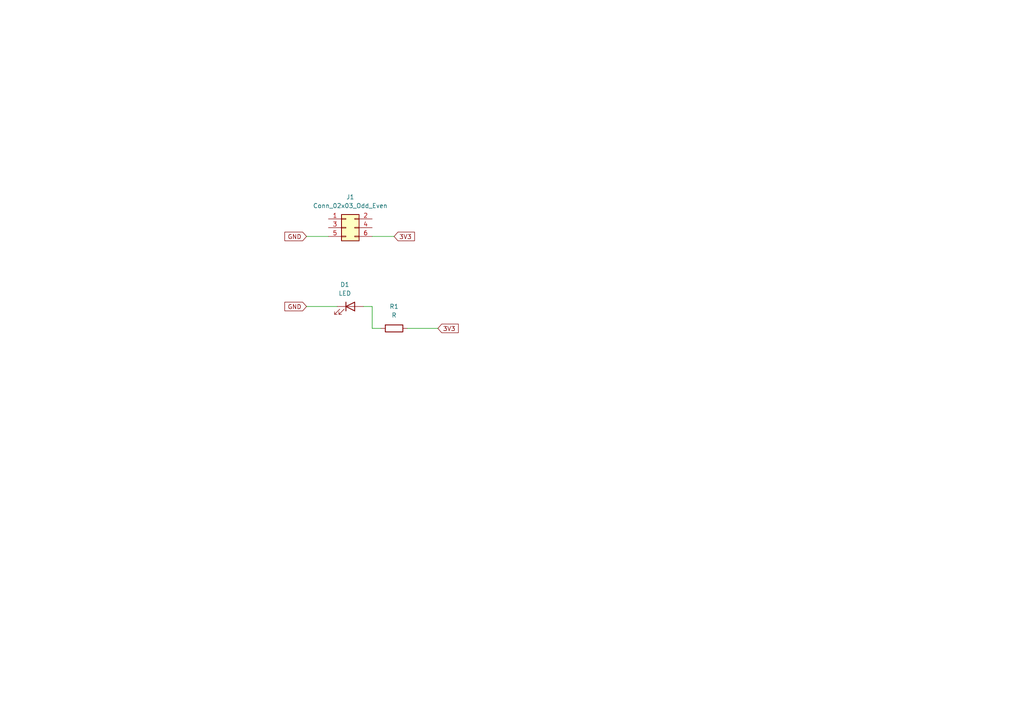
<source format=kicad_sch>
(kicad_sch (version 20230121) (generator eeschema)
  (paper "A4")
  (lib_symbols
    (symbol "Connector_Generic:Conn_02x03_Odd_Even" (pin_names (offset 1.016) hide)
      (property "Reference" "J" (at 1.27 5.08 0))
      (property "Value" "Conn_02x03_Odd_Even" (at 1.27 -5.08 0))
      (symbol "Conn_02x03_Odd_Even_1_1"
        (rectangle (start -1.27 -2.413) (end 0 -2.667) (stroke (width 0.1524)))
        (rectangle (start -1.27 0.127) (end 0 -0.127) (stroke (width 0.1524)))
        (rectangle (start -1.27 2.667) (end 0 2.413) (stroke (width 0.1524)))
        (rectangle (start -1.27 3.81) (end 3.81 -3.81) (stroke (width 0.254)) (fill (type background)))
        (rectangle (start 3.81 -2.413) (end 2.54 -2.667) (stroke (width 0.1524)))
        (rectangle (start 3.81 0.127) (end 2.54 -0.127) (stroke (width 0.1524)))
        (rectangle (start 3.81 2.667) (end 2.54 2.413) (stroke (width 0.1524)))
        (pin passive line (at -5.08 2.54 0) (length 3.81) (name "Pin_1") (number "1"))
        (pin passive line (at 7.62 2.54 180) (length 3.81) (name "Pin_2") (number "2"))
        (pin passive line (at -5.08 0 0) (length 3.81) (name "Pin_3") (number "3"))
        (pin passive line (at 7.62 0 180) (length 3.81) (name "Pin_4") (number "4"))
        (pin passive line (at -5.08 -2.54 0) (length 3.81) (name "Pin_5") (number "5"))
        (pin passive line (at 7.62 -2.54 180) (length 3.81) (name "Pin_6") (number "6"))
      )
    )
    (symbol "Device:LED" (pin_numbers hide) (pin_names (offset 1.016) hide)
      (property "Reference" "D" (at 0 2.54 0))
      (property "Value" "LED" (at 0 -2.54 0))
      (symbol "LED_0_1"
        (polyline (pts (xy -1.27 -1.27) (xy -1.27 1.27)) (stroke (width 0.254)))
        (polyline (pts (xy -1.27 0) (xy 1.27 0)))
        (polyline (pts (xy 1.27 -1.27) (xy 1.27 1.27) (xy -1.27 0) (xy 1.27 -1.27)) (stroke (width 0.254)))
        (polyline (pts (xy -3.048 -0.762) (xy -4.572 -2.286) (xy -3.81 -2.286) (xy -4.572 -2.286) (xy -4.572 -1.524)))
        (polyline (pts (xy -1.778 -0.762) (xy -3.302 -2.286) (xy -2.54 -2.286) (xy -3.302 -2.286) (xy -3.302 -1.524)))
      )
      (symbol "LED_1_1"
        (pin passive line (at -3.81 0 0) (length 2.54) (name "K") (number "1"))
        (pin passive line (at 3.81 0 180) (length 2.54) (name "A") (number "2"))
      )
    )
    (symbol "Device:R" (pin_numbers hide) (pin_names (offset 0))
      (property "Reference" "R" (at 2.032 0 90))
      (property "Value" "R" (at 0 0 90))
      (symbol "R_0_1"
        (rectangle (start -1.016 -2.54) (end 1.016 2.54) (stroke (width 0.254)))
      )
      (symbol "R_1_1"
        (pin passive line (at 0 3.81 270) (length 1.27) (name "~") (number "1"))
        (pin passive line (at 0 -3.81 90) (length 1.27) (name "~") (number "2"))
      )
    )
  )
  (wire (pts (xy 88.9 88.9) (xy 97.79 88.9)))
  (wire (pts (xy 107.95 95.25) (xy 107.95 88.9)))
  (wire (pts (xy 107.95 95.25) (xy 110.49 95.25)))
  (wire (pts (xy 118.11 95.25) (xy 127 95.25)))
  (wire (pts (xy 107.95 88.9) (xy 105.41 88.9)))
  (wire (pts (xy 88.9 68.58) (xy 95.25 68.58)))
  (wire (pts (xy 107.95 68.58) (xy 114.3 68.58)))
  (global_label "3V3" (shape input) (at 114.3 68.58 0) (property "Intersheetrefs" "${INTERSHEET_REFS}" (effects hide)))
  (global_label "GND" (shape input) (at 88.9 88.9 180) (property "Intersheetrefs" "${INTERSHEET_REFS}" (effects hide)))
  (global_label "GND" (shape input) (at 88.9 68.58 180) (property "Intersheetrefs" "${INTERSHEET_REFS}" (effects hide)))
  (global_label "3V3" (shape input) (at 127 95.25 0) (property "Intersheetrefs" "${INTERSHEET_REFS}" (effects hide)))
  (symbol (lib_id "Device:R") (at 114.3 95.25 90) (unit 1)
    (property "Reference" "R1" (at 114.3 88.9 90))
    (property "Value" "R" (at 114.3 91.44 90))
    (property "Footprint" "Resistor_SMD:R_1206_3216Metric_Pad1.30x1.75mm_HandSolder" (effects hide))
  )
  (symbol (lib_id "Device:LED") (at 101.6 88.9 0) (unit 1)
    (property "Reference" "D1" (at 100.0125 82.55 0))
    (property "Value" "LED" (at 100.0125 85.09 0))
    (property "Footprint" "sao-2023-foot:LED_PLCC-2_Reverse-Mount" (effects hide))
  )
  (symbol (lib_id "Connector_Generic:Conn_02x03_Odd_Even") (at 100.33 66.04 0) (unit 1)
    (property "Reference" "J1" (at 101.6 57.15 0))
    (property "Value" "Conn_02x03_Odd_Even" (at 101.6 59.69 0))
    (property "Footprint" "Connector_PinHeader_2.54mm:PinHeader_2x03_P2.54mm_Vertical_SMD" (effects hide))
  )
)
</source>
